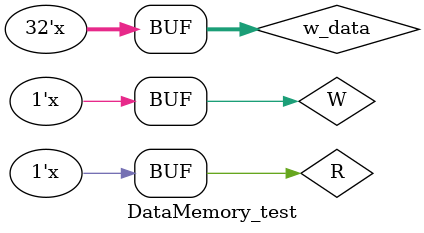
<source format=sv>

`timescale 1ns / 1ps
`include"DataMemory.sv"


module DataMemory_test();

	
	reg [31:0] w_data = 32'h1000;
	reg [31:0] out;
	reg R=0,W=1;
	
	always begin
		# 10
		R = ~R;
		W = ~W;
		w_data = w_data + 1;
	end
	DataMemory m(w_data, 1, R, W, out);

endmodule
</source>
